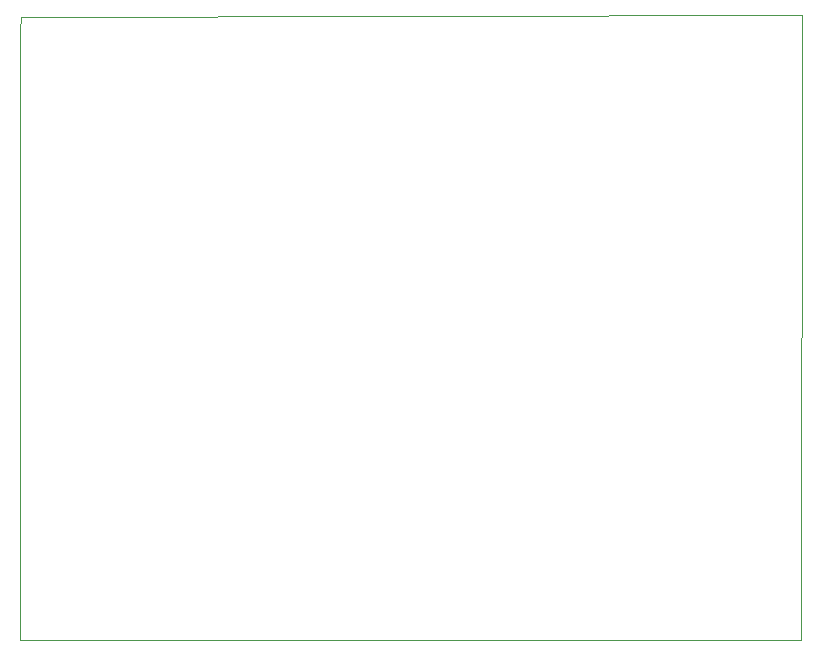
<source format=gm1>
%TF.GenerationSoftware,KiCad,Pcbnew,5.1.10*%
%TF.CreationDate,2021-12-10T15:48:24+01:00*%
%TF.ProjectId,Voeding,566f6564-696e-4672-9e6b-696361645f70,rev?*%
%TF.SameCoordinates,Original*%
%TF.FileFunction,Profile,NP*%
%FSLAX46Y46*%
G04 Gerber Fmt 4.6, Leading zero omitted, Abs format (unit mm)*
G04 Created by KiCad (PCBNEW 5.1.10) date 2021-12-10 15:48:24*
%MOMM*%
%LPD*%
G01*
G04 APERTURE LIST*
%TA.AperFunction,Profile*%
%ADD10C,0.050000*%
%TD*%
G04 APERTURE END LIST*
D10*
X82204560Y-40223440D02*
X82189320Y-41417240D01*
X148346160Y-40121840D02*
X82204560Y-40223440D01*
X148341080Y-42184320D02*
X148346160Y-40121840D01*
X148285200Y-93014800D02*
X148341080Y-42184320D01*
X82138520Y-92969080D02*
X148285200Y-93014800D01*
X82138520Y-90256360D02*
X82138520Y-92969080D01*
X82189320Y-41417240D02*
X82138520Y-90256360D01*
M02*

</source>
